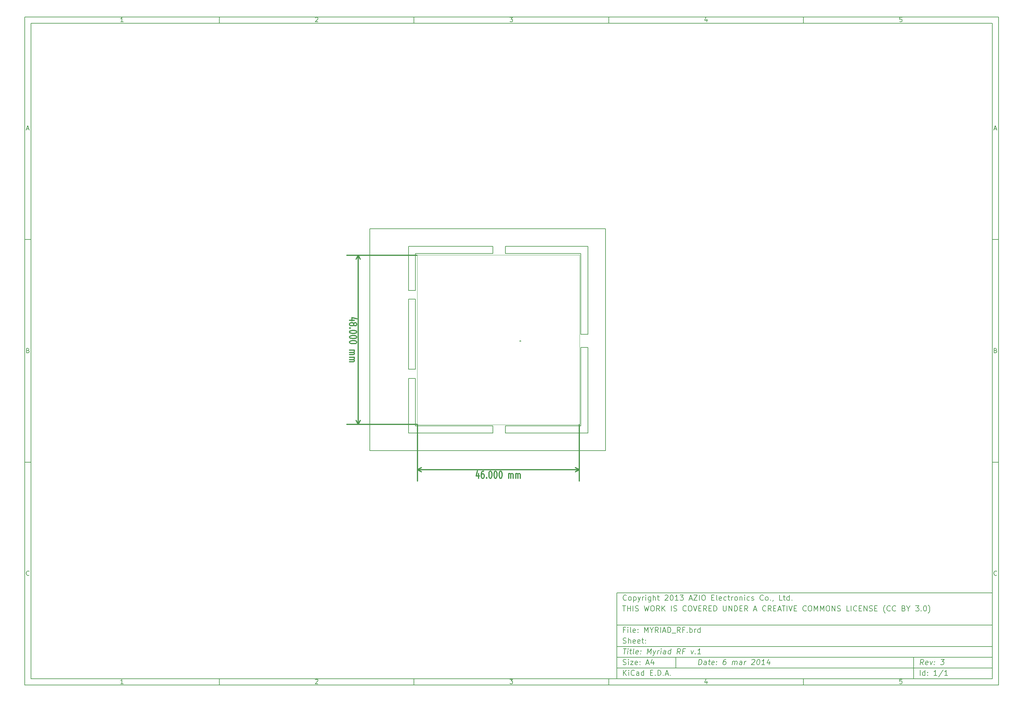
<source format=gbr>
G04 (created by PCBNEW (2013-05-31 BZR 4019)-stable) date 06/03/2014 18:54:47*
%MOIN*%
G04 Gerber Fmt 3.4, Leading zero omitted, Abs format*
%FSLAX34Y34*%
G01*
G70*
G90*
G04 APERTURE LIST*
%ADD10C,0.00590551*%
%ADD11C,0.012*%
%ADD12C,0.0077*%
%ADD13C,0.0039*%
G04 APERTURE END LIST*
G54D10*
X4000Y-4000D02*
X112930Y-4000D01*
X112930Y-78680D01*
X4000Y-78680D01*
X4000Y-4000D01*
X4700Y-4700D02*
X112230Y-4700D01*
X112230Y-77980D01*
X4700Y-77980D01*
X4700Y-4700D01*
X25780Y-4000D02*
X25780Y-4700D01*
X15032Y-4552D02*
X14747Y-4552D01*
X14890Y-4552D02*
X14890Y-4052D01*
X14842Y-4123D01*
X14794Y-4171D01*
X14747Y-4195D01*
X25780Y-78680D02*
X25780Y-77980D01*
X15032Y-78532D02*
X14747Y-78532D01*
X14890Y-78532D02*
X14890Y-78032D01*
X14842Y-78103D01*
X14794Y-78151D01*
X14747Y-78175D01*
X47560Y-4000D02*
X47560Y-4700D01*
X36527Y-4100D02*
X36550Y-4076D01*
X36598Y-4052D01*
X36717Y-4052D01*
X36765Y-4076D01*
X36789Y-4100D01*
X36812Y-4147D01*
X36812Y-4195D01*
X36789Y-4266D01*
X36503Y-4552D01*
X36812Y-4552D01*
X47560Y-78680D02*
X47560Y-77980D01*
X36527Y-78080D02*
X36550Y-78056D01*
X36598Y-78032D01*
X36717Y-78032D01*
X36765Y-78056D01*
X36789Y-78080D01*
X36812Y-78127D01*
X36812Y-78175D01*
X36789Y-78246D01*
X36503Y-78532D01*
X36812Y-78532D01*
X69340Y-4000D02*
X69340Y-4700D01*
X58283Y-4052D02*
X58592Y-4052D01*
X58426Y-4242D01*
X58497Y-4242D01*
X58545Y-4266D01*
X58569Y-4290D01*
X58592Y-4338D01*
X58592Y-4457D01*
X58569Y-4504D01*
X58545Y-4528D01*
X58497Y-4552D01*
X58354Y-4552D01*
X58307Y-4528D01*
X58283Y-4504D01*
X69340Y-78680D02*
X69340Y-77980D01*
X58283Y-78032D02*
X58592Y-78032D01*
X58426Y-78222D01*
X58497Y-78222D01*
X58545Y-78246D01*
X58569Y-78270D01*
X58592Y-78318D01*
X58592Y-78437D01*
X58569Y-78484D01*
X58545Y-78508D01*
X58497Y-78532D01*
X58354Y-78532D01*
X58307Y-78508D01*
X58283Y-78484D01*
X91120Y-4000D02*
X91120Y-4700D01*
X80325Y-4219D02*
X80325Y-4552D01*
X80206Y-4028D02*
X80087Y-4385D01*
X80396Y-4385D01*
X91120Y-78680D02*
X91120Y-77980D01*
X80325Y-78199D02*
X80325Y-78532D01*
X80206Y-78008D02*
X80087Y-78365D01*
X80396Y-78365D01*
X102129Y-4052D02*
X101890Y-4052D01*
X101867Y-4290D01*
X101890Y-4266D01*
X101938Y-4242D01*
X102057Y-4242D01*
X102105Y-4266D01*
X102129Y-4290D01*
X102152Y-4338D01*
X102152Y-4457D01*
X102129Y-4504D01*
X102105Y-4528D01*
X102057Y-4552D01*
X101938Y-4552D01*
X101890Y-4528D01*
X101867Y-4504D01*
X102129Y-78032D02*
X101890Y-78032D01*
X101867Y-78270D01*
X101890Y-78246D01*
X101938Y-78222D01*
X102057Y-78222D01*
X102105Y-78246D01*
X102129Y-78270D01*
X102152Y-78318D01*
X102152Y-78437D01*
X102129Y-78484D01*
X102105Y-78508D01*
X102057Y-78532D01*
X101938Y-78532D01*
X101890Y-78508D01*
X101867Y-78484D01*
X4000Y-28890D02*
X4700Y-28890D01*
X4230Y-16509D02*
X4469Y-16509D01*
X4183Y-16652D02*
X4350Y-16152D01*
X4516Y-16652D01*
X112930Y-28890D02*
X112230Y-28890D01*
X112460Y-16509D02*
X112699Y-16509D01*
X112413Y-16652D02*
X112580Y-16152D01*
X112746Y-16652D01*
X4000Y-53780D02*
X4700Y-53780D01*
X4385Y-41280D02*
X4457Y-41304D01*
X4480Y-41328D01*
X4504Y-41375D01*
X4504Y-41447D01*
X4480Y-41494D01*
X4457Y-41518D01*
X4409Y-41542D01*
X4219Y-41542D01*
X4219Y-41042D01*
X4385Y-41042D01*
X4433Y-41066D01*
X4457Y-41090D01*
X4480Y-41137D01*
X4480Y-41185D01*
X4457Y-41232D01*
X4433Y-41256D01*
X4385Y-41280D01*
X4219Y-41280D01*
X112930Y-53780D02*
X112230Y-53780D01*
X112615Y-41280D02*
X112687Y-41304D01*
X112710Y-41328D01*
X112734Y-41375D01*
X112734Y-41447D01*
X112710Y-41494D01*
X112687Y-41518D01*
X112639Y-41542D01*
X112449Y-41542D01*
X112449Y-41042D01*
X112615Y-41042D01*
X112663Y-41066D01*
X112687Y-41090D01*
X112710Y-41137D01*
X112710Y-41185D01*
X112687Y-41232D01*
X112663Y-41256D01*
X112615Y-41280D01*
X112449Y-41280D01*
X4504Y-66384D02*
X4480Y-66408D01*
X4409Y-66432D01*
X4361Y-66432D01*
X4290Y-66408D01*
X4242Y-66360D01*
X4219Y-66313D01*
X4195Y-66218D01*
X4195Y-66146D01*
X4219Y-66051D01*
X4242Y-66003D01*
X4290Y-65956D01*
X4361Y-65932D01*
X4409Y-65932D01*
X4480Y-65956D01*
X4504Y-65980D01*
X112734Y-66384D02*
X112710Y-66408D01*
X112639Y-66432D01*
X112591Y-66432D01*
X112520Y-66408D01*
X112472Y-66360D01*
X112449Y-66313D01*
X112425Y-66218D01*
X112425Y-66146D01*
X112449Y-66051D01*
X112472Y-66003D01*
X112520Y-65956D01*
X112591Y-65932D01*
X112639Y-65932D01*
X112710Y-65956D01*
X112734Y-65980D01*
X79380Y-76422D02*
X79455Y-75822D01*
X79597Y-75822D01*
X79680Y-75851D01*
X79730Y-75908D01*
X79751Y-75965D01*
X79765Y-76080D01*
X79755Y-76165D01*
X79712Y-76280D01*
X79676Y-76337D01*
X79612Y-76394D01*
X79522Y-76422D01*
X79380Y-76422D01*
X80237Y-76422D02*
X80276Y-76108D01*
X80255Y-76051D01*
X80201Y-76022D01*
X80087Y-76022D01*
X80026Y-76051D01*
X80240Y-76394D02*
X80180Y-76422D01*
X80037Y-76422D01*
X79983Y-76394D01*
X79962Y-76337D01*
X79969Y-76280D01*
X80005Y-76222D01*
X80065Y-76194D01*
X80208Y-76194D01*
X80269Y-76165D01*
X80487Y-76022D02*
X80715Y-76022D01*
X80597Y-75822D02*
X80533Y-76337D01*
X80555Y-76394D01*
X80608Y-76422D01*
X80665Y-76422D01*
X81097Y-76394D02*
X81037Y-76422D01*
X80922Y-76422D01*
X80869Y-76394D01*
X80847Y-76337D01*
X80876Y-76108D01*
X80912Y-76051D01*
X80972Y-76022D01*
X81087Y-76022D01*
X81140Y-76051D01*
X81162Y-76108D01*
X81155Y-76165D01*
X80862Y-76222D01*
X81387Y-76365D02*
X81412Y-76394D01*
X81380Y-76422D01*
X81355Y-76394D01*
X81387Y-76365D01*
X81380Y-76422D01*
X81426Y-76051D02*
X81451Y-76080D01*
X81419Y-76108D01*
X81394Y-76080D01*
X81426Y-76051D01*
X81419Y-76108D01*
X82455Y-75822D02*
X82340Y-75822D01*
X82279Y-75851D01*
X82247Y-75880D01*
X82180Y-75965D01*
X82137Y-76080D01*
X82108Y-76308D01*
X82130Y-76365D01*
X82155Y-76394D01*
X82208Y-76422D01*
X82322Y-76422D01*
X82383Y-76394D01*
X82415Y-76365D01*
X82451Y-76308D01*
X82469Y-76165D01*
X82447Y-76108D01*
X82422Y-76080D01*
X82369Y-76051D01*
X82254Y-76051D01*
X82194Y-76080D01*
X82162Y-76108D01*
X82126Y-76165D01*
X83151Y-76422D02*
X83201Y-76022D01*
X83194Y-76080D02*
X83226Y-76051D01*
X83287Y-76022D01*
X83372Y-76022D01*
X83426Y-76051D01*
X83447Y-76108D01*
X83408Y-76422D01*
X83447Y-76108D02*
X83483Y-76051D01*
X83544Y-76022D01*
X83630Y-76022D01*
X83683Y-76051D01*
X83705Y-76108D01*
X83665Y-76422D01*
X84208Y-76422D02*
X84247Y-76108D01*
X84226Y-76051D01*
X84172Y-76022D01*
X84058Y-76022D01*
X83997Y-76051D01*
X84212Y-76394D02*
X84151Y-76422D01*
X84008Y-76422D01*
X83955Y-76394D01*
X83933Y-76337D01*
X83940Y-76280D01*
X83976Y-76222D01*
X84037Y-76194D01*
X84180Y-76194D01*
X84240Y-76165D01*
X84494Y-76422D02*
X84544Y-76022D01*
X84530Y-76137D02*
X84565Y-76080D01*
X84597Y-76051D01*
X84658Y-76022D01*
X84715Y-76022D01*
X85362Y-75880D02*
X85394Y-75851D01*
X85455Y-75822D01*
X85597Y-75822D01*
X85651Y-75851D01*
X85676Y-75880D01*
X85697Y-75937D01*
X85690Y-75994D01*
X85651Y-76080D01*
X85265Y-76422D01*
X85637Y-76422D01*
X86083Y-75822D02*
X86140Y-75822D01*
X86194Y-75851D01*
X86219Y-75880D01*
X86240Y-75937D01*
X86255Y-76051D01*
X86237Y-76194D01*
X86194Y-76308D01*
X86158Y-76365D01*
X86126Y-76394D01*
X86065Y-76422D01*
X86008Y-76422D01*
X85955Y-76394D01*
X85930Y-76365D01*
X85908Y-76308D01*
X85894Y-76194D01*
X85912Y-76051D01*
X85955Y-75937D01*
X85990Y-75880D01*
X86022Y-75851D01*
X86083Y-75822D01*
X86780Y-76422D02*
X86437Y-76422D01*
X86608Y-76422D02*
X86683Y-75822D01*
X86615Y-75908D01*
X86551Y-75965D01*
X86490Y-75994D01*
X87344Y-76022D02*
X87294Y-76422D01*
X87230Y-75794D02*
X87033Y-76222D01*
X87405Y-76222D01*
X70972Y-77622D02*
X70972Y-77022D01*
X71315Y-77622D02*
X71058Y-77280D01*
X71315Y-77022D02*
X70972Y-77365D01*
X71572Y-77622D02*
X71572Y-77222D01*
X71572Y-77022D02*
X71544Y-77051D01*
X71572Y-77080D01*
X71601Y-77051D01*
X71572Y-77022D01*
X71572Y-77080D01*
X72201Y-77565D02*
X72172Y-77594D01*
X72087Y-77622D01*
X72030Y-77622D01*
X71944Y-77594D01*
X71887Y-77537D01*
X71858Y-77480D01*
X71830Y-77365D01*
X71830Y-77280D01*
X71858Y-77165D01*
X71887Y-77108D01*
X71944Y-77051D01*
X72030Y-77022D01*
X72087Y-77022D01*
X72172Y-77051D01*
X72201Y-77080D01*
X72715Y-77622D02*
X72715Y-77308D01*
X72687Y-77251D01*
X72630Y-77222D01*
X72515Y-77222D01*
X72458Y-77251D01*
X72715Y-77594D02*
X72658Y-77622D01*
X72515Y-77622D01*
X72458Y-77594D01*
X72430Y-77537D01*
X72430Y-77480D01*
X72458Y-77422D01*
X72515Y-77394D01*
X72658Y-77394D01*
X72715Y-77365D01*
X73258Y-77622D02*
X73258Y-77022D01*
X73258Y-77594D02*
X73201Y-77622D01*
X73087Y-77622D01*
X73030Y-77594D01*
X73001Y-77565D01*
X72972Y-77508D01*
X72972Y-77337D01*
X73001Y-77280D01*
X73030Y-77251D01*
X73087Y-77222D01*
X73201Y-77222D01*
X73258Y-77251D01*
X74001Y-77308D02*
X74201Y-77308D01*
X74287Y-77622D02*
X74001Y-77622D01*
X74001Y-77022D01*
X74287Y-77022D01*
X74544Y-77565D02*
X74572Y-77594D01*
X74544Y-77622D01*
X74515Y-77594D01*
X74544Y-77565D01*
X74544Y-77622D01*
X74829Y-77622D02*
X74829Y-77022D01*
X74972Y-77022D01*
X75058Y-77051D01*
X75115Y-77108D01*
X75144Y-77165D01*
X75172Y-77280D01*
X75172Y-77365D01*
X75144Y-77480D01*
X75115Y-77537D01*
X75058Y-77594D01*
X74972Y-77622D01*
X74829Y-77622D01*
X75429Y-77565D02*
X75458Y-77594D01*
X75429Y-77622D01*
X75401Y-77594D01*
X75429Y-77565D01*
X75429Y-77622D01*
X75687Y-77451D02*
X75972Y-77451D01*
X75629Y-77622D02*
X75829Y-77022D01*
X76029Y-77622D01*
X76229Y-77565D02*
X76258Y-77594D01*
X76229Y-77622D01*
X76201Y-77594D01*
X76229Y-77565D01*
X76229Y-77622D01*
X104522Y-76422D02*
X104358Y-76137D01*
X104180Y-76422D02*
X104255Y-75822D01*
X104483Y-75822D01*
X104537Y-75851D01*
X104562Y-75880D01*
X104583Y-75937D01*
X104572Y-76022D01*
X104537Y-76080D01*
X104505Y-76108D01*
X104444Y-76137D01*
X104215Y-76137D01*
X105012Y-76394D02*
X104951Y-76422D01*
X104837Y-76422D01*
X104783Y-76394D01*
X104762Y-76337D01*
X104790Y-76108D01*
X104826Y-76051D01*
X104887Y-76022D01*
X105001Y-76022D01*
X105055Y-76051D01*
X105076Y-76108D01*
X105069Y-76165D01*
X104776Y-76222D01*
X105287Y-76022D02*
X105380Y-76422D01*
X105572Y-76022D01*
X105758Y-76365D02*
X105783Y-76394D01*
X105751Y-76422D01*
X105726Y-76394D01*
X105758Y-76365D01*
X105751Y-76422D01*
X105797Y-76051D02*
X105822Y-76080D01*
X105790Y-76108D01*
X105765Y-76080D01*
X105797Y-76051D01*
X105790Y-76108D01*
X106512Y-75822D02*
X106883Y-75822D01*
X106655Y-76051D01*
X106740Y-76051D01*
X106794Y-76080D01*
X106819Y-76108D01*
X106840Y-76165D01*
X106822Y-76308D01*
X106787Y-76365D01*
X106755Y-76394D01*
X106694Y-76422D01*
X106522Y-76422D01*
X106469Y-76394D01*
X106444Y-76365D01*
X70944Y-76394D02*
X71030Y-76422D01*
X71172Y-76422D01*
X71230Y-76394D01*
X71258Y-76365D01*
X71287Y-76308D01*
X71287Y-76251D01*
X71258Y-76194D01*
X71230Y-76165D01*
X71172Y-76137D01*
X71058Y-76108D01*
X71001Y-76080D01*
X70972Y-76051D01*
X70944Y-75994D01*
X70944Y-75937D01*
X70972Y-75880D01*
X71001Y-75851D01*
X71058Y-75822D01*
X71201Y-75822D01*
X71287Y-75851D01*
X71544Y-76422D02*
X71544Y-76022D01*
X71544Y-75822D02*
X71515Y-75851D01*
X71544Y-75880D01*
X71572Y-75851D01*
X71544Y-75822D01*
X71544Y-75880D01*
X71772Y-76022D02*
X72087Y-76022D01*
X71772Y-76422D01*
X72087Y-76422D01*
X72544Y-76394D02*
X72487Y-76422D01*
X72372Y-76422D01*
X72315Y-76394D01*
X72287Y-76337D01*
X72287Y-76108D01*
X72315Y-76051D01*
X72372Y-76022D01*
X72487Y-76022D01*
X72544Y-76051D01*
X72572Y-76108D01*
X72572Y-76165D01*
X72287Y-76222D01*
X72830Y-76365D02*
X72858Y-76394D01*
X72830Y-76422D01*
X72801Y-76394D01*
X72830Y-76365D01*
X72830Y-76422D01*
X72830Y-76051D02*
X72858Y-76080D01*
X72830Y-76108D01*
X72801Y-76080D01*
X72830Y-76051D01*
X72830Y-76108D01*
X73544Y-76251D02*
X73830Y-76251D01*
X73487Y-76422D02*
X73687Y-75822D01*
X73887Y-76422D01*
X74344Y-76022D02*
X74344Y-76422D01*
X74201Y-75794D02*
X74058Y-76222D01*
X74430Y-76222D01*
X104172Y-77622D02*
X104172Y-77022D01*
X104715Y-77622D02*
X104715Y-77022D01*
X104715Y-77594D02*
X104658Y-77622D01*
X104544Y-77622D01*
X104487Y-77594D01*
X104458Y-77565D01*
X104430Y-77508D01*
X104430Y-77337D01*
X104458Y-77280D01*
X104487Y-77251D01*
X104544Y-77222D01*
X104658Y-77222D01*
X104715Y-77251D01*
X105001Y-77565D02*
X105030Y-77594D01*
X105001Y-77622D01*
X104972Y-77594D01*
X105001Y-77565D01*
X105001Y-77622D01*
X105001Y-77251D02*
X105030Y-77280D01*
X105001Y-77308D01*
X104972Y-77280D01*
X105001Y-77251D01*
X105001Y-77308D01*
X106058Y-77622D02*
X105715Y-77622D01*
X105887Y-77622D02*
X105887Y-77022D01*
X105829Y-77108D01*
X105772Y-77165D01*
X105715Y-77194D01*
X106744Y-76994D02*
X106230Y-77765D01*
X107258Y-77622D02*
X106915Y-77622D01*
X107087Y-77622D02*
X107087Y-77022D01*
X107029Y-77108D01*
X106972Y-77165D01*
X106915Y-77194D01*
X70969Y-74622D02*
X71312Y-74622D01*
X71065Y-75222D02*
X71140Y-74622D01*
X71437Y-75222D02*
X71487Y-74822D01*
X71512Y-74622D02*
X71480Y-74651D01*
X71505Y-74680D01*
X71537Y-74651D01*
X71512Y-74622D01*
X71505Y-74680D01*
X71687Y-74822D02*
X71915Y-74822D01*
X71797Y-74622D02*
X71733Y-75137D01*
X71755Y-75194D01*
X71808Y-75222D01*
X71865Y-75222D01*
X72151Y-75222D02*
X72097Y-75194D01*
X72076Y-75137D01*
X72140Y-74622D01*
X72612Y-75194D02*
X72551Y-75222D01*
X72437Y-75222D01*
X72383Y-75194D01*
X72362Y-75137D01*
X72390Y-74908D01*
X72426Y-74851D01*
X72487Y-74822D01*
X72601Y-74822D01*
X72655Y-74851D01*
X72676Y-74908D01*
X72669Y-74965D01*
X72376Y-75022D01*
X72901Y-75165D02*
X72926Y-75194D01*
X72894Y-75222D01*
X72869Y-75194D01*
X72901Y-75165D01*
X72894Y-75222D01*
X72940Y-74851D02*
X72965Y-74880D01*
X72933Y-74908D01*
X72908Y-74880D01*
X72940Y-74851D01*
X72933Y-74908D01*
X73637Y-75222D02*
X73712Y-74622D01*
X73858Y-75051D01*
X74112Y-74622D01*
X74037Y-75222D01*
X74315Y-74822D02*
X74408Y-75222D01*
X74601Y-74822D02*
X74408Y-75222D01*
X74333Y-75365D01*
X74301Y-75394D01*
X74240Y-75422D01*
X74780Y-75222D02*
X74830Y-74822D01*
X74815Y-74937D02*
X74851Y-74880D01*
X74883Y-74851D01*
X74944Y-74822D01*
X75001Y-74822D01*
X75151Y-75222D02*
X75201Y-74822D01*
X75226Y-74622D02*
X75194Y-74651D01*
X75219Y-74680D01*
X75251Y-74651D01*
X75226Y-74622D01*
X75219Y-74680D01*
X75694Y-75222D02*
X75733Y-74908D01*
X75712Y-74851D01*
X75658Y-74822D01*
X75544Y-74822D01*
X75483Y-74851D01*
X75697Y-75194D02*
X75637Y-75222D01*
X75494Y-75222D01*
X75440Y-75194D01*
X75419Y-75137D01*
X75426Y-75080D01*
X75462Y-75022D01*
X75522Y-74994D01*
X75665Y-74994D01*
X75726Y-74965D01*
X76237Y-75222D02*
X76312Y-74622D01*
X76240Y-75194D02*
X76180Y-75222D01*
X76065Y-75222D01*
X76012Y-75194D01*
X75987Y-75165D01*
X75965Y-75108D01*
X75987Y-74937D01*
X76022Y-74880D01*
X76055Y-74851D01*
X76115Y-74822D01*
X76230Y-74822D01*
X76283Y-74851D01*
X77322Y-75222D02*
X77158Y-74937D01*
X76980Y-75222D02*
X77055Y-74622D01*
X77283Y-74622D01*
X77337Y-74651D01*
X77362Y-74680D01*
X77383Y-74737D01*
X77372Y-74822D01*
X77337Y-74880D01*
X77305Y-74908D01*
X77244Y-74937D01*
X77015Y-74937D01*
X77819Y-74908D02*
X77619Y-74908D01*
X77580Y-75222D02*
X77655Y-74622D01*
X77940Y-74622D01*
X78544Y-74822D02*
X78637Y-75222D01*
X78830Y-74822D01*
X79015Y-75165D02*
X79040Y-75194D01*
X79008Y-75222D01*
X78983Y-75194D01*
X79015Y-75165D01*
X79008Y-75222D01*
X79608Y-75222D02*
X79265Y-75222D01*
X79437Y-75222D02*
X79512Y-74622D01*
X79444Y-74708D01*
X79380Y-74765D01*
X79319Y-74794D01*
X71172Y-72508D02*
X70972Y-72508D01*
X70972Y-72822D02*
X70972Y-72222D01*
X71258Y-72222D01*
X71487Y-72822D02*
X71487Y-72422D01*
X71487Y-72222D02*
X71458Y-72251D01*
X71487Y-72280D01*
X71515Y-72251D01*
X71487Y-72222D01*
X71487Y-72280D01*
X71858Y-72822D02*
X71801Y-72794D01*
X71772Y-72737D01*
X71772Y-72222D01*
X72315Y-72794D02*
X72258Y-72822D01*
X72144Y-72822D01*
X72087Y-72794D01*
X72058Y-72737D01*
X72058Y-72508D01*
X72087Y-72451D01*
X72144Y-72422D01*
X72258Y-72422D01*
X72315Y-72451D01*
X72344Y-72508D01*
X72344Y-72565D01*
X72058Y-72622D01*
X72601Y-72765D02*
X72630Y-72794D01*
X72601Y-72822D01*
X72572Y-72794D01*
X72601Y-72765D01*
X72601Y-72822D01*
X72601Y-72451D02*
X72630Y-72480D01*
X72601Y-72508D01*
X72572Y-72480D01*
X72601Y-72451D01*
X72601Y-72508D01*
X73344Y-72822D02*
X73344Y-72222D01*
X73544Y-72651D01*
X73744Y-72222D01*
X73744Y-72822D01*
X74144Y-72537D02*
X74144Y-72822D01*
X73944Y-72222D02*
X74144Y-72537D01*
X74344Y-72222D01*
X74887Y-72822D02*
X74687Y-72537D01*
X74544Y-72822D02*
X74544Y-72222D01*
X74772Y-72222D01*
X74830Y-72251D01*
X74858Y-72280D01*
X74887Y-72337D01*
X74887Y-72422D01*
X74858Y-72480D01*
X74830Y-72508D01*
X74772Y-72537D01*
X74544Y-72537D01*
X75144Y-72822D02*
X75144Y-72222D01*
X75401Y-72651D02*
X75687Y-72651D01*
X75344Y-72822D02*
X75544Y-72222D01*
X75744Y-72822D01*
X75944Y-72822D02*
X75944Y-72222D01*
X76087Y-72222D01*
X76172Y-72251D01*
X76230Y-72308D01*
X76258Y-72365D01*
X76287Y-72480D01*
X76287Y-72565D01*
X76258Y-72680D01*
X76230Y-72737D01*
X76172Y-72794D01*
X76087Y-72822D01*
X75944Y-72822D01*
X76401Y-72880D02*
X76858Y-72880D01*
X77344Y-72822D02*
X77144Y-72537D01*
X77001Y-72822D02*
X77001Y-72222D01*
X77230Y-72222D01*
X77287Y-72251D01*
X77315Y-72280D01*
X77344Y-72337D01*
X77344Y-72422D01*
X77315Y-72480D01*
X77287Y-72508D01*
X77230Y-72537D01*
X77001Y-72537D01*
X77801Y-72508D02*
X77601Y-72508D01*
X77601Y-72822D02*
X77601Y-72222D01*
X77887Y-72222D01*
X78115Y-72765D02*
X78144Y-72794D01*
X78115Y-72822D01*
X78087Y-72794D01*
X78115Y-72765D01*
X78115Y-72822D01*
X78401Y-72822D02*
X78401Y-72222D01*
X78401Y-72451D02*
X78458Y-72422D01*
X78572Y-72422D01*
X78630Y-72451D01*
X78658Y-72480D01*
X78687Y-72537D01*
X78687Y-72708D01*
X78658Y-72765D01*
X78630Y-72794D01*
X78572Y-72822D01*
X78458Y-72822D01*
X78401Y-72794D01*
X78944Y-72822D02*
X78944Y-72422D01*
X78944Y-72537D02*
X78972Y-72480D01*
X79001Y-72451D01*
X79058Y-72422D01*
X79115Y-72422D01*
X79572Y-72822D02*
X79572Y-72222D01*
X79572Y-72794D02*
X79515Y-72822D01*
X79401Y-72822D01*
X79344Y-72794D01*
X79315Y-72765D01*
X79287Y-72708D01*
X79287Y-72537D01*
X79315Y-72480D01*
X79344Y-72451D01*
X79401Y-72422D01*
X79515Y-72422D01*
X79572Y-72451D01*
X70944Y-73994D02*
X71030Y-74022D01*
X71172Y-74022D01*
X71230Y-73994D01*
X71258Y-73965D01*
X71287Y-73908D01*
X71287Y-73851D01*
X71258Y-73794D01*
X71230Y-73765D01*
X71172Y-73737D01*
X71058Y-73708D01*
X71001Y-73680D01*
X70972Y-73651D01*
X70944Y-73594D01*
X70944Y-73537D01*
X70972Y-73480D01*
X71001Y-73451D01*
X71058Y-73422D01*
X71201Y-73422D01*
X71287Y-73451D01*
X71544Y-74022D02*
X71544Y-73422D01*
X71801Y-74022D02*
X71801Y-73708D01*
X71772Y-73651D01*
X71715Y-73622D01*
X71630Y-73622D01*
X71572Y-73651D01*
X71544Y-73680D01*
X72315Y-73994D02*
X72258Y-74022D01*
X72144Y-74022D01*
X72087Y-73994D01*
X72058Y-73937D01*
X72058Y-73708D01*
X72087Y-73651D01*
X72144Y-73622D01*
X72258Y-73622D01*
X72315Y-73651D01*
X72344Y-73708D01*
X72344Y-73765D01*
X72058Y-73822D01*
X72830Y-73994D02*
X72772Y-74022D01*
X72658Y-74022D01*
X72601Y-73994D01*
X72572Y-73937D01*
X72572Y-73708D01*
X72601Y-73651D01*
X72658Y-73622D01*
X72772Y-73622D01*
X72830Y-73651D01*
X72858Y-73708D01*
X72858Y-73765D01*
X72572Y-73822D01*
X73030Y-73622D02*
X73258Y-73622D01*
X73115Y-73422D02*
X73115Y-73937D01*
X73144Y-73994D01*
X73201Y-74022D01*
X73258Y-74022D01*
X73458Y-73965D02*
X73487Y-73994D01*
X73458Y-74022D01*
X73430Y-73994D01*
X73458Y-73965D01*
X73458Y-74022D01*
X73458Y-73651D02*
X73487Y-73680D01*
X73458Y-73708D01*
X73430Y-73680D01*
X73458Y-73651D01*
X73458Y-73708D01*
X70887Y-69822D02*
X71230Y-69822D01*
X71058Y-70422D02*
X71058Y-69822D01*
X71430Y-70422D02*
X71430Y-69822D01*
X71430Y-70108D02*
X71772Y-70108D01*
X71772Y-70422D02*
X71772Y-69822D01*
X72058Y-70422D02*
X72058Y-69822D01*
X72315Y-70394D02*
X72401Y-70422D01*
X72544Y-70422D01*
X72601Y-70394D01*
X72629Y-70365D01*
X72658Y-70308D01*
X72658Y-70251D01*
X72629Y-70194D01*
X72601Y-70165D01*
X72544Y-70137D01*
X72429Y-70108D01*
X72372Y-70080D01*
X72344Y-70051D01*
X72315Y-69994D01*
X72315Y-69937D01*
X72344Y-69880D01*
X72372Y-69851D01*
X72429Y-69822D01*
X72572Y-69822D01*
X72658Y-69851D01*
X73315Y-69822D02*
X73458Y-70422D01*
X73572Y-69994D01*
X73687Y-70422D01*
X73830Y-69822D01*
X74172Y-69822D02*
X74287Y-69822D01*
X74344Y-69851D01*
X74401Y-69908D01*
X74430Y-70022D01*
X74430Y-70222D01*
X74401Y-70337D01*
X74344Y-70394D01*
X74287Y-70422D01*
X74172Y-70422D01*
X74115Y-70394D01*
X74058Y-70337D01*
X74030Y-70222D01*
X74030Y-70022D01*
X74058Y-69908D01*
X74115Y-69851D01*
X74172Y-69822D01*
X75029Y-70422D02*
X74829Y-70137D01*
X74687Y-70422D02*
X74687Y-69822D01*
X74915Y-69822D01*
X74972Y-69851D01*
X75001Y-69880D01*
X75029Y-69937D01*
X75029Y-70022D01*
X75001Y-70080D01*
X74972Y-70108D01*
X74915Y-70137D01*
X74687Y-70137D01*
X75287Y-70422D02*
X75287Y-69822D01*
X75629Y-70422D02*
X75372Y-70080D01*
X75629Y-69822D02*
X75287Y-70165D01*
X76344Y-70422D02*
X76344Y-69822D01*
X76601Y-70394D02*
X76687Y-70422D01*
X76829Y-70422D01*
X76887Y-70394D01*
X76915Y-70365D01*
X76944Y-70308D01*
X76944Y-70251D01*
X76915Y-70194D01*
X76887Y-70165D01*
X76829Y-70137D01*
X76715Y-70108D01*
X76658Y-70080D01*
X76629Y-70051D01*
X76601Y-69994D01*
X76601Y-69937D01*
X76629Y-69880D01*
X76658Y-69851D01*
X76715Y-69822D01*
X76858Y-69822D01*
X76944Y-69851D01*
X78001Y-70365D02*
X77972Y-70394D01*
X77887Y-70422D01*
X77830Y-70422D01*
X77744Y-70394D01*
X77687Y-70337D01*
X77658Y-70280D01*
X77630Y-70165D01*
X77630Y-70080D01*
X77658Y-69965D01*
X77687Y-69908D01*
X77744Y-69851D01*
X77830Y-69822D01*
X77887Y-69822D01*
X77972Y-69851D01*
X78001Y-69880D01*
X78372Y-69822D02*
X78487Y-69822D01*
X78544Y-69851D01*
X78601Y-69908D01*
X78630Y-70022D01*
X78630Y-70222D01*
X78601Y-70337D01*
X78544Y-70394D01*
X78487Y-70422D01*
X78372Y-70422D01*
X78315Y-70394D01*
X78258Y-70337D01*
X78230Y-70222D01*
X78230Y-70022D01*
X78258Y-69908D01*
X78315Y-69851D01*
X78372Y-69822D01*
X78801Y-69822D02*
X79001Y-70422D01*
X79201Y-69822D01*
X79401Y-70108D02*
X79601Y-70108D01*
X79687Y-70422D02*
X79401Y-70422D01*
X79401Y-69822D01*
X79687Y-69822D01*
X80287Y-70422D02*
X80087Y-70137D01*
X79944Y-70422D02*
X79944Y-69822D01*
X80172Y-69822D01*
X80229Y-69851D01*
X80258Y-69880D01*
X80287Y-69937D01*
X80287Y-70022D01*
X80258Y-70080D01*
X80229Y-70108D01*
X80172Y-70137D01*
X79944Y-70137D01*
X80544Y-70108D02*
X80744Y-70108D01*
X80829Y-70422D02*
X80544Y-70422D01*
X80544Y-69822D01*
X80829Y-69822D01*
X81087Y-70422D02*
X81087Y-69822D01*
X81229Y-69822D01*
X81315Y-69851D01*
X81372Y-69908D01*
X81401Y-69965D01*
X81429Y-70080D01*
X81429Y-70165D01*
X81401Y-70280D01*
X81372Y-70337D01*
X81315Y-70394D01*
X81229Y-70422D01*
X81087Y-70422D01*
X82144Y-69822D02*
X82144Y-70308D01*
X82172Y-70365D01*
X82201Y-70394D01*
X82258Y-70422D01*
X82372Y-70422D01*
X82429Y-70394D01*
X82458Y-70365D01*
X82487Y-70308D01*
X82487Y-69822D01*
X82772Y-70422D02*
X82772Y-69822D01*
X83115Y-70422D01*
X83115Y-69822D01*
X83401Y-70422D02*
X83401Y-69822D01*
X83544Y-69822D01*
X83629Y-69851D01*
X83687Y-69908D01*
X83715Y-69965D01*
X83744Y-70080D01*
X83744Y-70165D01*
X83715Y-70280D01*
X83687Y-70337D01*
X83629Y-70394D01*
X83544Y-70422D01*
X83401Y-70422D01*
X84001Y-70108D02*
X84201Y-70108D01*
X84287Y-70422D02*
X84001Y-70422D01*
X84001Y-69822D01*
X84287Y-69822D01*
X84887Y-70422D02*
X84687Y-70137D01*
X84544Y-70422D02*
X84544Y-69822D01*
X84772Y-69822D01*
X84829Y-69851D01*
X84858Y-69880D01*
X84887Y-69937D01*
X84887Y-70022D01*
X84858Y-70080D01*
X84829Y-70108D01*
X84772Y-70137D01*
X84544Y-70137D01*
X85572Y-70251D02*
X85858Y-70251D01*
X85515Y-70422D02*
X85715Y-69822D01*
X85915Y-70422D01*
X86915Y-70365D02*
X86887Y-70394D01*
X86801Y-70422D01*
X86744Y-70422D01*
X86658Y-70394D01*
X86601Y-70337D01*
X86572Y-70280D01*
X86544Y-70165D01*
X86544Y-70080D01*
X86572Y-69965D01*
X86601Y-69908D01*
X86658Y-69851D01*
X86744Y-69822D01*
X86801Y-69822D01*
X86887Y-69851D01*
X86915Y-69880D01*
X87515Y-70422D02*
X87315Y-70137D01*
X87172Y-70422D02*
X87172Y-69822D01*
X87401Y-69822D01*
X87458Y-69851D01*
X87487Y-69880D01*
X87515Y-69937D01*
X87515Y-70022D01*
X87487Y-70080D01*
X87458Y-70108D01*
X87401Y-70137D01*
X87172Y-70137D01*
X87772Y-70108D02*
X87972Y-70108D01*
X88058Y-70422D02*
X87772Y-70422D01*
X87772Y-69822D01*
X88058Y-69822D01*
X88287Y-70251D02*
X88572Y-70251D01*
X88229Y-70422D02*
X88429Y-69822D01*
X88629Y-70422D01*
X88744Y-69822D02*
X89087Y-69822D01*
X88915Y-70422D02*
X88915Y-69822D01*
X89287Y-70422D02*
X89287Y-69822D01*
X89487Y-69822D02*
X89687Y-70422D01*
X89887Y-69822D01*
X90087Y-70108D02*
X90287Y-70108D01*
X90372Y-70422D02*
X90087Y-70422D01*
X90087Y-69822D01*
X90372Y-69822D01*
X91429Y-70365D02*
X91401Y-70394D01*
X91315Y-70422D01*
X91258Y-70422D01*
X91172Y-70394D01*
X91115Y-70337D01*
X91087Y-70280D01*
X91058Y-70165D01*
X91058Y-70080D01*
X91087Y-69965D01*
X91115Y-69908D01*
X91172Y-69851D01*
X91258Y-69822D01*
X91315Y-69822D01*
X91401Y-69851D01*
X91429Y-69880D01*
X91801Y-69822D02*
X91915Y-69822D01*
X91972Y-69851D01*
X92029Y-69908D01*
X92058Y-70022D01*
X92058Y-70222D01*
X92029Y-70337D01*
X91972Y-70394D01*
X91915Y-70422D01*
X91801Y-70422D01*
X91744Y-70394D01*
X91687Y-70337D01*
X91658Y-70222D01*
X91658Y-70022D01*
X91687Y-69908D01*
X91744Y-69851D01*
X91801Y-69822D01*
X92315Y-70422D02*
X92315Y-69822D01*
X92515Y-70251D01*
X92715Y-69822D01*
X92715Y-70422D01*
X93001Y-70422D02*
X93001Y-69822D01*
X93201Y-70251D01*
X93401Y-69822D01*
X93401Y-70422D01*
X93801Y-69822D02*
X93915Y-69822D01*
X93972Y-69851D01*
X94029Y-69908D01*
X94058Y-70022D01*
X94058Y-70222D01*
X94029Y-70337D01*
X93972Y-70394D01*
X93915Y-70422D01*
X93801Y-70422D01*
X93744Y-70394D01*
X93687Y-70337D01*
X93658Y-70222D01*
X93658Y-70022D01*
X93687Y-69908D01*
X93744Y-69851D01*
X93801Y-69822D01*
X94315Y-70422D02*
X94315Y-69822D01*
X94658Y-70422D01*
X94658Y-69822D01*
X94915Y-70394D02*
X95001Y-70422D01*
X95144Y-70422D01*
X95201Y-70394D01*
X95229Y-70365D01*
X95258Y-70308D01*
X95258Y-70251D01*
X95229Y-70194D01*
X95201Y-70165D01*
X95144Y-70137D01*
X95029Y-70108D01*
X94972Y-70080D01*
X94944Y-70051D01*
X94915Y-69994D01*
X94915Y-69937D01*
X94944Y-69880D01*
X94972Y-69851D01*
X95029Y-69822D01*
X95172Y-69822D01*
X95258Y-69851D01*
X96258Y-70422D02*
X95972Y-70422D01*
X95972Y-69822D01*
X96458Y-70422D02*
X96458Y-69822D01*
X97087Y-70365D02*
X97058Y-70394D01*
X96972Y-70422D01*
X96915Y-70422D01*
X96829Y-70394D01*
X96772Y-70337D01*
X96744Y-70280D01*
X96715Y-70165D01*
X96715Y-70080D01*
X96744Y-69965D01*
X96772Y-69908D01*
X96829Y-69851D01*
X96915Y-69822D01*
X96972Y-69822D01*
X97058Y-69851D01*
X97087Y-69880D01*
X97344Y-70108D02*
X97544Y-70108D01*
X97629Y-70422D02*
X97344Y-70422D01*
X97344Y-69822D01*
X97629Y-69822D01*
X97887Y-70422D02*
X97887Y-69822D01*
X98229Y-70422D01*
X98229Y-69822D01*
X98487Y-70394D02*
X98572Y-70422D01*
X98715Y-70422D01*
X98772Y-70394D01*
X98801Y-70365D01*
X98829Y-70308D01*
X98829Y-70251D01*
X98801Y-70194D01*
X98772Y-70165D01*
X98715Y-70137D01*
X98601Y-70108D01*
X98544Y-70080D01*
X98515Y-70051D01*
X98487Y-69994D01*
X98487Y-69937D01*
X98515Y-69880D01*
X98544Y-69851D01*
X98601Y-69822D01*
X98744Y-69822D01*
X98829Y-69851D01*
X99087Y-70108D02*
X99287Y-70108D01*
X99372Y-70422D02*
X99087Y-70422D01*
X99087Y-69822D01*
X99372Y-69822D01*
X100258Y-70651D02*
X100229Y-70622D01*
X100172Y-70537D01*
X100144Y-70480D01*
X100115Y-70394D01*
X100087Y-70251D01*
X100087Y-70137D01*
X100115Y-69994D01*
X100144Y-69908D01*
X100172Y-69851D01*
X100229Y-69765D01*
X100258Y-69737D01*
X100829Y-70365D02*
X100801Y-70394D01*
X100715Y-70422D01*
X100658Y-70422D01*
X100572Y-70394D01*
X100515Y-70337D01*
X100487Y-70280D01*
X100458Y-70165D01*
X100458Y-70080D01*
X100487Y-69965D01*
X100515Y-69908D01*
X100572Y-69851D01*
X100658Y-69822D01*
X100715Y-69822D01*
X100801Y-69851D01*
X100829Y-69880D01*
X101429Y-70365D02*
X101401Y-70394D01*
X101315Y-70422D01*
X101258Y-70422D01*
X101172Y-70394D01*
X101115Y-70337D01*
X101087Y-70280D01*
X101058Y-70165D01*
X101058Y-70080D01*
X101087Y-69965D01*
X101115Y-69908D01*
X101172Y-69851D01*
X101258Y-69822D01*
X101315Y-69822D01*
X101401Y-69851D01*
X101429Y-69880D01*
X102344Y-70108D02*
X102429Y-70137D01*
X102458Y-70165D01*
X102487Y-70222D01*
X102487Y-70308D01*
X102458Y-70365D01*
X102429Y-70394D01*
X102372Y-70422D01*
X102144Y-70422D01*
X102144Y-69822D01*
X102344Y-69822D01*
X102401Y-69851D01*
X102429Y-69880D01*
X102458Y-69937D01*
X102458Y-69994D01*
X102429Y-70051D01*
X102401Y-70080D01*
X102344Y-70108D01*
X102144Y-70108D01*
X102858Y-70137D02*
X102858Y-70422D01*
X102658Y-69822D02*
X102858Y-70137D01*
X103058Y-69822D01*
X103658Y-69822D02*
X104029Y-69822D01*
X103829Y-70051D01*
X103915Y-70051D01*
X103972Y-70080D01*
X104001Y-70108D01*
X104029Y-70165D01*
X104029Y-70308D01*
X104001Y-70365D01*
X103972Y-70394D01*
X103915Y-70422D01*
X103744Y-70422D01*
X103687Y-70394D01*
X103658Y-70365D01*
X104287Y-70365D02*
X104315Y-70394D01*
X104287Y-70422D01*
X104258Y-70394D01*
X104287Y-70365D01*
X104287Y-70422D01*
X104687Y-69822D02*
X104744Y-69822D01*
X104801Y-69851D01*
X104829Y-69880D01*
X104858Y-69937D01*
X104887Y-70051D01*
X104887Y-70194D01*
X104858Y-70308D01*
X104829Y-70365D01*
X104801Y-70394D01*
X104744Y-70422D01*
X104687Y-70422D01*
X104629Y-70394D01*
X104601Y-70365D01*
X104572Y-70308D01*
X104544Y-70194D01*
X104544Y-70051D01*
X104572Y-69937D01*
X104601Y-69880D01*
X104629Y-69851D01*
X104687Y-69822D01*
X105087Y-70651D02*
X105115Y-70622D01*
X105172Y-70537D01*
X105201Y-70480D01*
X105229Y-70394D01*
X105258Y-70251D01*
X105258Y-70137D01*
X105229Y-69994D01*
X105201Y-69908D01*
X105172Y-69851D01*
X105115Y-69765D01*
X105087Y-69737D01*
X71315Y-69165D02*
X71287Y-69194D01*
X71201Y-69222D01*
X71144Y-69222D01*
X71058Y-69194D01*
X71001Y-69137D01*
X70972Y-69080D01*
X70944Y-68965D01*
X70944Y-68880D01*
X70972Y-68765D01*
X71001Y-68708D01*
X71058Y-68651D01*
X71144Y-68622D01*
X71201Y-68622D01*
X71287Y-68651D01*
X71315Y-68680D01*
X71658Y-69222D02*
X71601Y-69194D01*
X71572Y-69165D01*
X71544Y-69108D01*
X71544Y-68937D01*
X71572Y-68880D01*
X71601Y-68851D01*
X71658Y-68822D01*
X71744Y-68822D01*
X71801Y-68851D01*
X71830Y-68880D01*
X71858Y-68937D01*
X71858Y-69108D01*
X71830Y-69165D01*
X71801Y-69194D01*
X71744Y-69222D01*
X71658Y-69222D01*
X72115Y-68822D02*
X72115Y-69422D01*
X72115Y-68851D02*
X72172Y-68822D01*
X72287Y-68822D01*
X72344Y-68851D01*
X72372Y-68880D01*
X72401Y-68937D01*
X72401Y-69108D01*
X72372Y-69165D01*
X72344Y-69194D01*
X72287Y-69222D01*
X72172Y-69222D01*
X72115Y-69194D01*
X72601Y-68822D02*
X72744Y-69222D01*
X72887Y-68822D02*
X72744Y-69222D01*
X72687Y-69365D01*
X72658Y-69394D01*
X72601Y-69422D01*
X73115Y-69222D02*
X73115Y-68822D01*
X73115Y-68937D02*
X73144Y-68880D01*
X73172Y-68851D01*
X73230Y-68822D01*
X73287Y-68822D01*
X73487Y-69222D02*
X73487Y-68822D01*
X73487Y-68622D02*
X73458Y-68651D01*
X73487Y-68680D01*
X73515Y-68651D01*
X73487Y-68622D01*
X73487Y-68680D01*
X74030Y-68822D02*
X74030Y-69308D01*
X74001Y-69365D01*
X73972Y-69394D01*
X73915Y-69422D01*
X73830Y-69422D01*
X73772Y-69394D01*
X74030Y-69194D02*
X73972Y-69222D01*
X73858Y-69222D01*
X73801Y-69194D01*
X73772Y-69165D01*
X73744Y-69108D01*
X73744Y-68937D01*
X73772Y-68880D01*
X73801Y-68851D01*
X73858Y-68822D01*
X73972Y-68822D01*
X74030Y-68851D01*
X74315Y-69222D02*
X74315Y-68622D01*
X74572Y-69222D02*
X74572Y-68908D01*
X74544Y-68851D01*
X74487Y-68822D01*
X74401Y-68822D01*
X74344Y-68851D01*
X74315Y-68880D01*
X74772Y-68822D02*
X75001Y-68822D01*
X74858Y-68622D02*
X74858Y-69137D01*
X74887Y-69194D01*
X74944Y-69222D01*
X75001Y-69222D01*
X75630Y-68680D02*
X75658Y-68651D01*
X75715Y-68622D01*
X75858Y-68622D01*
X75915Y-68651D01*
X75944Y-68680D01*
X75972Y-68737D01*
X75972Y-68794D01*
X75944Y-68880D01*
X75601Y-69222D01*
X75972Y-69222D01*
X76344Y-68622D02*
X76401Y-68622D01*
X76458Y-68651D01*
X76487Y-68680D01*
X76515Y-68737D01*
X76544Y-68851D01*
X76544Y-68994D01*
X76515Y-69108D01*
X76487Y-69165D01*
X76458Y-69194D01*
X76401Y-69222D01*
X76344Y-69222D01*
X76287Y-69194D01*
X76258Y-69165D01*
X76230Y-69108D01*
X76201Y-68994D01*
X76201Y-68851D01*
X76230Y-68737D01*
X76258Y-68680D01*
X76287Y-68651D01*
X76344Y-68622D01*
X77115Y-69222D02*
X76772Y-69222D01*
X76944Y-69222D02*
X76944Y-68622D01*
X76887Y-68708D01*
X76830Y-68765D01*
X76772Y-68794D01*
X77315Y-68622D02*
X77687Y-68622D01*
X77487Y-68851D01*
X77572Y-68851D01*
X77630Y-68880D01*
X77658Y-68908D01*
X77687Y-68965D01*
X77687Y-69108D01*
X77658Y-69165D01*
X77630Y-69194D01*
X77572Y-69222D01*
X77401Y-69222D01*
X77344Y-69194D01*
X77315Y-69165D01*
X78372Y-69051D02*
X78658Y-69051D01*
X78315Y-69222D02*
X78515Y-68622D01*
X78715Y-69222D01*
X78858Y-68622D02*
X79258Y-68622D01*
X78858Y-69222D01*
X79258Y-69222D01*
X79487Y-69222D02*
X79487Y-68622D01*
X79887Y-68622D02*
X80001Y-68622D01*
X80058Y-68651D01*
X80115Y-68708D01*
X80144Y-68822D01*
X80144Y-69022D01*
X80115Y-69137D01*
X80058Y-69194D01*
X80001Y-69222D01*
X79887Y-69222D01*
X79830Y-69194D01*
X79772Y-69137D01*
X79744Y-69022D01*
X79744Y-68822D01*
X79772Y-68708D01*
X79830Y-68651D01*
X79887Y-68622D01*
X80858Y-68908D02*
X81058Y-68908D01*
X81144Y-69222D02*
X80858Y-69222D01*
X80858Y-68622D01*
X81144Y-68622D01*
X81487Y-69222D02*
X81430Y-69194D01*
X81401Y-69137D01*
X81401Y-68622D01*
X81944Y-69194D02*
X81887Y-69222D01*
X81772Y-69222D01*
X81715Y-69194D01*
X81687Y-69137D01*
X81687Y-68908D01*
X81715Y-68851D01*
X81772Y-68822D01*
X81887Y-68822D01*
X81944Y-68851D01*
X81972Y-68908D01*
X81972Y-68965D01*
X81687Y-69022D01*
X82487Y-69194D02*
X82430Y-69222D01*
X82315Y-69222D01*
X82258Y-69194D01*
X82230Y-69165D01*
X82201Y-69108D01*
X82201Y-68937D01*
X82230Y-68880D01*
X82258Y-68851D01*
X82315Y-68822D01*
X82430Y-68822D01*
X82487Y-68851D01*
X82658Y-68822D02*
X82887Y-68822D01*
X82744Y-68622D02*
X82744Y-69137D01*
X82772Y-69194D01*
X82830Y-69222D01*
X82887Y-69222D01*
X83087Y-69222D02*
X83087Y-68822D01*
X83087Y-68937D02*
X83115Y-68880D01*
X83144Y-68851D01*
X83201Y-68822D01*
X83258Y-68822D01*
X83544Y-69222D02*
X83487Y-69194D01*
X83458Y-69165D01*
X83430Y-69108D01*
X83430Y-68937D01*
X83458Y-68880D01*
X83487Y-68851D01*
X83544Y-68822D01*
X83630Y-68822D01*
X83687Y-68851D01*
X83715Y-68880D01*
X83744Y-68937D01*
X83744Y-69108D01*
X83715Y-69165D01*
X83687Y-69194D01*
X83630Y-69222D01*
X83544Y-69222D01*
X84001Y-68822D02*
X84001Y-69222D01*
X84001Y-68880D02*
X84030Y-68851D01*
X84087Y-68822D01*
X84172Y-68822D01*
X84230Y-68851D01*
X84258Y-68908D01*
X84258Y-69222D01*
X84544Y-69222D02*
X84544Y-68822D01*
X84544Y-68622D02*
X84515Y-68651D01*
X84544Y-68680D01*
X84572Y-68651D01*
X84544Y-68622D01*
X84544Y-68680D01*
X85087Y-69194D02*
X85030Y-69222D01*
X84915Y-69222D01*
X84858Y-69194D01*
X84830Y-69165D01*
X84801Y-69108D01*
X84801Y-68937D01*
X84830Y-68880D01*
X84858Y-68851D01*
X84915Y-68822D01*
X85030Y-68822D01*
X85087Y-68851D01*
X85315Y-69194D02*
X85372Y-69222D01*
X85487Y-69222D01*
X85544Y-69194D01*
X85572Y-69137D01*
X85572Y-69108D01*
X85544Y-69051D01*
X85487Y-69022D01*
X85401Y-69022D01*
X85344Y-68994D01*
X85315Y-68937D01*
X85315Y-68908D01*
X85344Y-68851D01*
X85401Y-68822D01*
X85487Y-68822D01*
X85544Y-68851D01*
X86630Y-69165D02*
X86601Y-69194D01*
X86515Y-69222D01*
X86458Y-69222D01*
X86372Y-69194D01*
X86315Y-69137D01*
X86287Y-69080D01*
X86258Y-68965D01*
X86258Y-68880D01*
X86287Y-68765D01*
X86315Y-68708D01*
X86372Y-68651D01*
X86458Y-68622D01*
X86515Y-68622D01*
X86601Y-68651D01*
X86630Y-68680D01*
X86972Y-69222D02*
X86915Y-69194D01*
X86887Y-69165D01*
X86858Y-69108D01*
X86858Y-68937D01*
X86887Y-68880D01*
X86915Y-68851D01*
X86972Y-68822D01*
X87058Y-68822D01*
X87115Y-68851D01*
X87144Y-68880D01*
X87172Y-68937D01*
X87172Y-69108D01*
X87144Y-69165D01*
X87115Y-69194D01*
X87058Y-69222D01*
X86972Y-69222D01*
X87430Y-69165D02*
X87458Y-69194D01*
X87430Y-69222D01*
X87401Y-69194D01*
X87430Y-69165D01*
X87430Y-69222D01*
X87744Y-69194D02*
X87744Y-69222D01*
X87715Y-69280D01*
X87687Y-69308D01*
X88744Y-69222D02*
X88458Y-69222D01*
X88458Y-68622D01*
X88858Y-68822D02*
X89087Y-68822D01*
X88944Y-68622D02*
X88944Y-69137D01*
X88972Y-69194D01*
X89030Y-69222D01*
X89087Y-69222D01*
X89544Y-69222D02*
X89544Y-68622D01*
X89544Y-69194D02*
X89487Y-69222D01*
X89372Y-69222D01*
X89315Y-69194D01*
X89287Y-69165D01*
X89258Y-69108D01*
X89258Y-68937D01*
X89287Y-68880D01*
X89315Y-68851D01*
X89372Y-68822D01*
X89487Y-68822D01*
X89544Y-68851D01*
X89830Y-69165D02*
X89858Y-69194D01*
X89830Y-69222D01*
X89801Y-69194D01*
X89830Y-69165D01*
X89830Y-69222D01*
X70230Y-68380D02*
X70230Y-77980D01*
X70230Y-71980D02*
X112230Y-71980D01*
X70230Y-68380D02*
X112230Y-68380D01*
X70230Y-74380D02*
X112230Y-74380D01*
X103430Y-75580D02*
X103430Y-77980D01*
X70230Y-76780D02*
X112230Y-76780D01*
X70230Y-75580D02*
X112230Y-75580D01*
X76830Y-75580D02*
X76830Y-76780D01*
G54D11*
X54788Y-55036D02*
X54788Y-55570D01*
X54645Y-54732D02*
X54502Y-55303D01*
X54873Y-55303D01*
X55359Y-54770D02*
X55245Y-54770D01*
X55188Y-54808D01*
X55159Y-54846D01*
X55102Y-54960D01*
X55073Y-55112D01*
X55073Y-55417D01*
X55102Y-55493D01*
X55131Y-55532D01*
X55188Y-55570D01*
X55302Y-55570D01*
X55359Y-55532D01*
X55388Y-55493D01*
X55416Y-55417D01*
X55416Y-55227D01*
X55388Y-55151D01*
X55359Y-55112D01*
X55302Y-55074D01*
X55188Y-55074D01*
X55131Y-55112D01*
X55102Y-55151D01*
X55073Y-55227D01*
X55673Y-55493D02*
X55702Y-55532D01*
X55673Y-55570D01*
X55645Y-55532D01*
X55673Y-55493D01*
X55673Y-55570D01*
X56073Y-54770D02*
X56131Y-54770D01*
X56188Y-54808D01*
X56216Y-54846D01*
X56245Y-54922D01*
X56273Y-55074D01*
X56273Y-55265D01*
X56245Y-55417D01*
X56216Y-55493D01*
X56188Y-55532D01*
X56131Y-55570D01*
X56073Y-55570D01*
X56016Y-55532D01*
X55988Y-55493D01*
X55959Y-55417D01*
X55931Y-55265D01*
X55931Y-55074D01*
X55959Y-54922D01*
X55988Y-54846D01*
X56016Y-54808D01*
X56073Y-54770D01*
X56645Y-54770D02*
X56702Y-54770D01*
X56759Y-54808D01*
X56788Y-54846D01*
X56816Y-54922D01*
X56845Y-55074D01*
X56845Y-55265D01*
X56816Y-55417D01*
X56788Y-55493D01*
X56759Y-55532D01*
X56702Y-55570D01*
X56645Y-55570D01*
X56588Y-55532D01*
X56559Y-55493D01*
X56531Y-55417D01*
X56502Y-55265D01*
X56502Y-55074D01*
X56531Y-54922D01*
X56559Y-54846D01*
X56588Y-54808D01*
X56645Y-54770D01*
X57216Y-54770D02*
X57273Y-54770D01*
X57331Y-54808D01*
X57359Y-54846D01*
X57388Y-54922D01*
X57416Y-55074D01*
X57416Y-55265D01*
X57388Y-55417D01*
X57359Y-55493D01*
X57331Y-55532D01*
X57273Y-55570D01*
X57216Y-55570D01*
X57159Y-55532D01*
X57131Y-55493D01*
X57102Y-55417D01*
X57073Y-55265D01*
X57073Y-55074D01*
X57102Y-54922D01*
X57131Y-54846D01*
X57159Y-54808D01*
X57216Y-54770D01*
X58131Y-55570D02*
X58131Y-55036D01*
X58131Y-55112D02*
X58159Y-55074D01*
X58216Y-55036D01*
X58302Y-55036D01*
X58359Y-55074D01*
X58388Y-55151D01*
X58388Y-55570D01*
X58388Y-55151D02*
X58416Y-55074D01*
X58473Y-55036D01*
X58559Y-55036D01*
X58616Y-55074D01*
X58645Y-55151D01*
X58645Y-55570D01*
X58931Y-55570D02*
X58931Y-55036D01*
X58931Y-55112D02*
X58959Y-55074D01*
X59016Y-55036D01*
X59102Y-55036D01*
X59159Y-55074D01*
X59188Y-55151D01*
X59188Y-55570D01*
X59188Y-55151D02*
X59216Y-55074D01*
X59273Y-55036D01*
X59359Y-55036D01*
X59416Y-55074D01*
X59445Y-55151D01*
X59445Y-55570D01*
X47933Y-54606D02*
X66043Y-54606D01*
X47933Y-49586D02*
X47933Y-55886D01*
X66043Y-49586D02*
X66043Y-55886D01*
X66043Y-54606D02*
X65599Y-54837D01*
X66043Y-54606D02*
X65599Y-54375D01*
X47933Y-54606D02*
X48376Y-54837D01*
X47933Y-54606D02*
X48376Y-54375D01*
X40888Y-37898D02*
X40355Y-37898D01*
X41193Y-37755D02*
X40621Y-37612D01*
X40621Y-37984D01*
X40812Y-38298D02*
X40850Y-38241D01*
X40888Y-38212D01*
X40964Y-38184D01*
X41002Y-38184D01*
X41078Y-38212D01*
X41116Y-38241D01*
X41155Y-38298D01*
X41155Y-38412D01*
X41116Y-38469D01*
X41078Y-38498D01*
X41002Y-38526D01*
X40964Y-38526D01*
X40888Y-38498D01*
X40850Y-38469D01*
X40812Y-38412D01*
X40812Y-38298D01*
X40774Y-38241D01*
X40736Y-38212D01*
X40659Y-38184D01*
X40507Y-38184D01*
X40431Y-38212D01*
X40393Y-38241D01*
X40355Y-38298D01*
X40355Y-38412D01*
X40393Y-38469D01*
X40431Y-38498D01*
X40507Y-38526D01*
X40659Y-38526D01*
X40736Y-38498D01*
X40774Y-38469D01*
X40812Y-38412D01*
X40431Y-38784D02*
X40393Y-38812D01*
X40355Y-38784D01*
X40393Y-38755D01*
X40431Y-38784D01*
X40355Y-38784D01*
X41155Y-39184D02*
X41155Y-39241D01*
X41116Y-39298D01*
X41078Y-39326D01*
X41002Y-39355D01*
X40850Y-39384D01*
X40659Y-39384D01*
X40507Y-39355D01*
X40431Y-39326D01*
X40393Y-39298D01*
X40355Y-39241D01*
X40355Y-39184D01*
X40393Y-39126D01*
X40431Y-39098D01*
X40507Y-39069D01*
X40659Y-39041D01*
X40850Y-39041D01*
X41002Y-39069D01*
X41078Y-39098D01*
X41116Y-39126D01*
X41155Y-39184D01*
X41155Y-39755D02*
X41155Y-39812D01*
X41116Y-39869D01*
X41078Y-39898D01*
X41002Y-39926D01*
X40850Y-39955D01*
X40659Y-39955D01*
X40507Y-39926D01*
X40431Y-39898D01*
X40393Y-39869D01*
X40355Y-39812D01*
X40355Y-39755D01*
X40393Y-39698D01*
X40431Y-39669D01*
X40507Y-39641D01*
X40659Y-39612D01*
X40850Y-39612D01*
X41002Y-39641D01*
X41078Y-39669D01*
X41116Y-39698D01*
X41155Y-39755D01*
X41155Y-40326D02*
X41155Y-40384D01*
X41116Y-40441D01*
X41078Y-40469D01*
X41002Y-40498D01*
X40850Y-40526D01*
X40659Y-40526D01*
X40507Y-40498D01*
X40431Y-40469D01*
X40393Y-40441D01*
X40355Y-40384D01*
X40355Y-40326D01*
X40393Y-40269D01*
X40431Y-40241D01*
X40507Y-40212D01*
X40659Y-40184D01*
X40850Y-40184D01*
X41002Y-40212D01*
X41078Y-40241D01*
X41116Y-40269D01*
X41155Y-40326D01*
X40355Y-41241D02*
X40888Y-41241D01*
X40812Y-41241D02*
X40850Y-41269D01*
X40888Y-41326D01*
X40888Y-41412D01*
X40850Y-41469D01*
X40774Y-41498D01*
X40355Y-41498D01*
X40774Y-41498D02*
X40850Y-41526D01*
X40888Y-41584D01*
X40888Y-41669D01*
X40850Y-41726D01*
X40774Y-41755D01*
X40355Y-41755D01*
X40355Y-42041D02*
X40888Y-42041D01*
X40812Y-42041D02*
X40850Y-42069D01*
X40888Y-42126D01*
X40888Y-42212D01*
X40850Y-42269D01*
X40774Y-42298D01*
X40355Y-42298D01*
X40774Y-42298D02*
X40850Y-42326D01*
X40888Y-42384D01*
X40888Y-42469D01*
X40850Y-42526D01*
X40774Y-42555D01*
X40355Y-42555D01*
X41318Y-30649D02*
X41318Y-49547D01*
X47893Y-30649D02*
X40038Y-30649D01*
X47893Y-49547D02*
X40038Y-49547D01*
X41318Y-49547D02*
X41088Y-49103D01*
X41318Y-49547D02*
X41549Y-49103D01*
X41318Y-30649D02*
X41088Y-31093D01*
X41318Y-30649D02*
X41549Y-31093D01*
G54D12*
X42606Y-52483D02*
X42606Y-27680D01*
X68983Y-52483D02*
X42606Y-52483D01*
X68983Y-27680D02*
X68983Y-52483D01*
X42606Y-27680D02*
X68983Y-27680D01*
X66228Y-30437D02*
X66228Y-39492D01*
X57764Y-30437D02*
X66228Y-30437D01*
X57764Y-29650D02*
X57764Y-30437D01*
X67016Y-29650D02*
X57764Y-29650D01*
X67016Y-39492D02*
X67016Y-29650D01*
X66228Y-39492D02*
X67016Y-39492D01*
X57764Y-50515D02*
X57764Y-49728D01*
X67016Y-50515D02*
X57764Y-50515D01*
X67016Y-40948D02*
X67016Y-50515D01*
X66228Y-40948D02*
X67016Y-40948D01*
X66228Y-49728D02*
X66228Y-40948D01*
X57764Y-49728D02*
X66228Y-49728D01*
X46936Y-50515D02*
X46936Y-44413D01*
X56386Y-50515D02*
X46936Y-50515D01*
X56386Y-49728D02*
X56386Y-50515D01*
X47724Y-49728D02*
X56386Y-49728D01*
X47724Y-44413D02*
X47724Y-49728D01*
X46936Y-44413D02*
X47724Y-44413D01*
X46936Y-43390D02*
X46936Y-35555D01*
X47724Y-43390D02*
X46936Y-43390D01*
X47724Y-35555D02*
X47724Y-43390D01*
X46936Y-35555D02*
X47724Y-35555D01*
X47724Y-30437D02*
X47724Y-34570D01*
X46936Y-34570D02*
X47724Y-34570D01*
X46936Y-29648D02*
X46936Y-34570D01*
X46936Y-29648D02*
X56384Y-29648D01*
X56384Y-29648D02*
X56384Y-30437D01*
X47724Y-30437D02*
X56384Y-30437D01*
G54D13*
X47901Y-30613D02*
X47901Y-49590D01*
X47901Y-49590D02*
X66089Y-49590D01*
X66089Y-30613D02*
X66089Y-49590D01*
X47901Y-30613D02*
X66089Y-30613D01*
G54D10*
X59394Y-40199D02*
X59394Y-40256D01*
X59511Y-40256D01*
X59511Y-40199D01*
X59394Y-40199D01*
M02*

</source>
